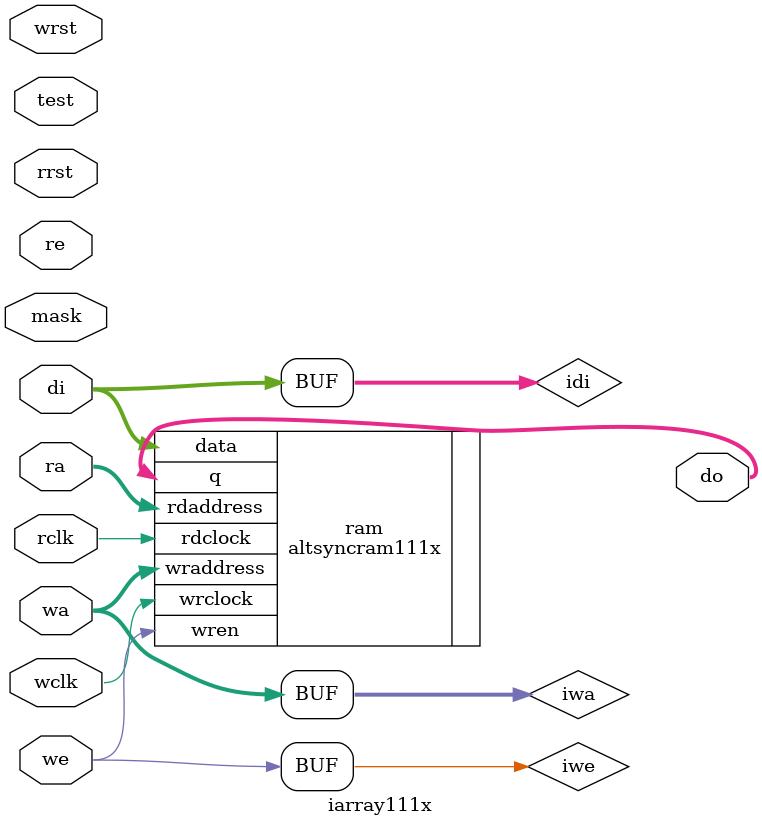
<source format=v>


(* keep_hierarchy = "yes" *) module iarray111x
    (
     wrst,
     wclk,
     wa,
     we,
     di,

     rrst,
     rclk,
     ra,
     re,
     do,

     test,
     mask
     );

parameter ADDRBIT = 9;
parameter DEPTH   = 512;
parameter WIDTH   = 8;
parameter TYPE = "AUTO";        //This parameter is for synthesis only (Do not remove)
parameter MAXDEPTH = 0;
parameter MEM_RESET = "OFF";
parameter NUMCLK= 1;// 1 is one clock domain, 2 is two clock domain

input               wrst;
input               wclk;
input [ADDRBIT-1:0] wa;     // @+clk
input               we;     // @+clk
input [WIDTH-1:0]   di;     // @+clk

input               rrst;
input               rclk;
input [ADDRBIT-1:0] ra;     // @+clk
input               re;
output [WIDTH-1:0]  do;     // @+clk

input               test;
input               mask;

wire [ADDRBIT-1:0]  iwa;
wire                iwe;
wire [WIDTH-1:0]    idi;
//wire [ADDRBIT-1:0]  ira;

//wire [WIDTH-1:0]    do;     // @+clk
reg [ADDRBIT-1:0]   cnt;

generate
    if (MEM_RESET == "ON")
        begin: on_reset
always @(posedge wclk) cnt <= cnt + 1'b1;
assign iwa  = wrst ? cnt : wa;
assign iwe  = wrst ? 1'b1 : we;
assign idi  = wrst ? {WIDTH{1'b0}} : di;
        end
    else
        begin: off_reset
assign iwa  = wa;
assign iwe  = we;
assign idi  = di;
        end
endgenerate

//read write port ram, dual clock instantiation
`ifdef  RTL_SIMULATION
iramrwpx #(ADDRBIT,DEPTH,WIDTH) array (wclk,iwa,iwe,idi,rclk,ra,re,do,test,mask);
`else
altsyncram111x #(ADDRBIT,DEPTH,WIDTH,TYPE, MAXDEPTH) ram
    (
    .data(idi),
    .wren(iwe),
    .wraddress(iwa),
    .rdaddress(ra),
    .wrclock(wclk),
    .rdclock(rclk),
    .q(do));
`endif
endmodule

</source>
